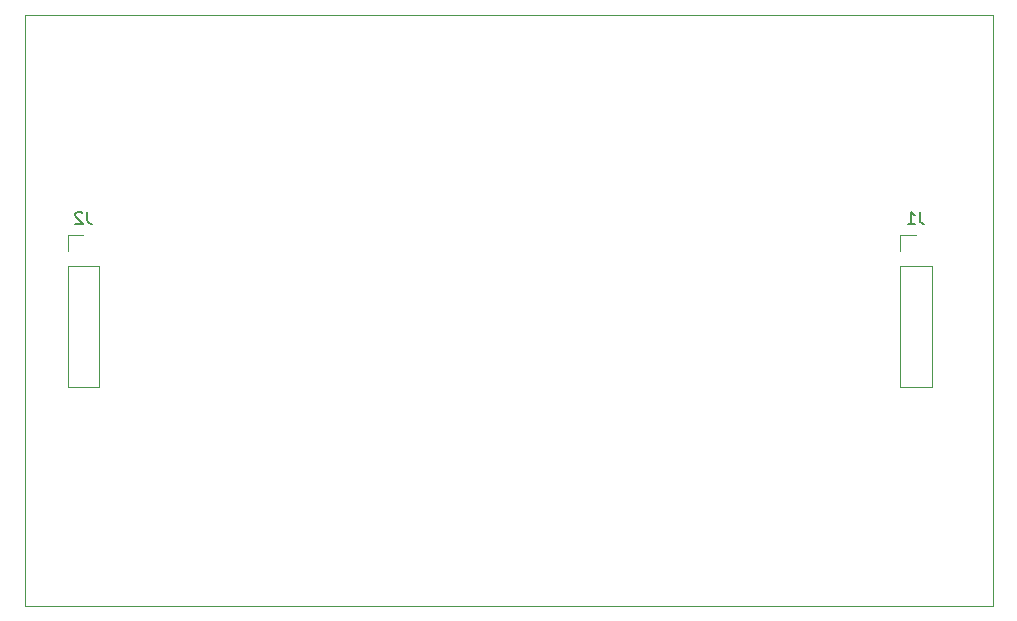
<source format=gbr>
%TF.GenerationSoftware,KiCad,Pcbnew,8.0.5*%
%TF.CreationDate,2025-02-06T11:19:09+08:00*%
%TF.ProjectId,arduino_solar_bikelight_2,61726475-696e-46f5-9f73-6f6c61725f62,rev?*%
%TF.SameCoordinates,Original*%
%TF.FileFunction,Legend,Bot*%
%TF.FilePolarity,Positive*%
%FSLAX46Y46*%
G04 Gerber Fmt 4.6, Leading zero omitted, Abs format (unit mm)*
G04 Created by KiCad (PCBNEW 8.0.5) date 2025-02-06 11:19:09*
%MOMM*%
%LPD*%
G01*
G04 APERTURE LIST*
%ADD10C,0.150000*%
%ADD11C,0.120000*%
%TA.AperFunction,Profile*%
%ADD12C,0.050000*%
%TD*%
G04 APERTURE END LIST*
D10*
X198473333Y-53464819D02*
X198473333Y-54179104D01*
X198473333Y-54179104D02*
X198520952Y-54321961D01*
X198520952Y-54321961D02*
X198616190Y-54417200D01*
X198616190Y-54417200D02*
X198759047Y-54464819D01*
X198759047Y-54464819D02*
X198854285Y-54464819D01*
X197473333Y-54464819D02*
X198044761Y-54464819D01*
X197759047Y-54464819D02*
X197759047Y-53464819D01*
X197759047Y-53464819D02*
X197854285Y-53607676D01*
X197854285Y-53607676D02*
X197949523Y-53702914D01*
X197949523Y-53702914D02*
X198044761Y-53750533D01*
X127973333Y-53464819D02*
X127973333Y-54179104D01*
X127973333Y-54179104D02*
X128020952Y-54321961D01*
X128020952Y-54321961D02*
X128116190Y-54417200D01*
X128116190Y-54417200D02*
X128259047Y-54464819D01*
X128259047Y-54464819D02*
X128354285Y-54464819D01*
X127544761Y-53560057D02*
X127497142Y-53512438D01*
X127497142Y-53512438D02*
X127401904Y-53464819D01*
X127401904Y-53464819D02*
X127163809Y-53464819D01*
X127163809Y-53464819D02*
X127068571Y-53512438D01*
X127068571Y-53512438D02*
X127020952Y-53560057D01*
X127020952Y-53560057D02*
X126973333Y-53655295D01*
X126973333Y-53655295D02*
X126973333Y-53750533D01*
X126973333Y-53750533D02*
X127020952Y-53893390D01*
X127020952Y-53893390D02*
X127592380Y-54464819D01*
X127592380Y-54464819D02*
X126973333Y-54464819D01*
D11*
%TO.C,J1*%
X196810000Y-55450000D02*
X198140000Y-55450000D01*
X196810000Y-56780000D02*
X196810000Y-55450000D01*
X196810000Y-58050000D02*
X199470000Y-58050000D01*
X196810000Y-68270000D02*
X196810000Y-58050000D01*
X196810000Y-68270000D02*
X199470000Y-68270000D01*
X199470000Y-68270000D02*
X199470000Y-58050000D01*
%TO.C,J2*%
X126310000Y-55450000D02*
X127640000Y-55450000D01*
X126310000Y-56780000D02*
X126310000Y-55450000D01*
X126310000Y-58050000D02*
X128970000Y-58050000D01*
X126310000Y-68270000D02*
X126310000Y-58050000D01*
X126310000Y-68270000D02*
X128970000Y-68270000D01*
X128970000Y-68270000D02*
X128970000Y-58050000D01*
%TD*%
D12*
X122665000Y-36830000D02*
X204665000Y-36830000D01*
X204665000Y-86830000D01*
X122665000Y-86830000D01*
X122665000Y-36830000D01*
M02*

</source>
